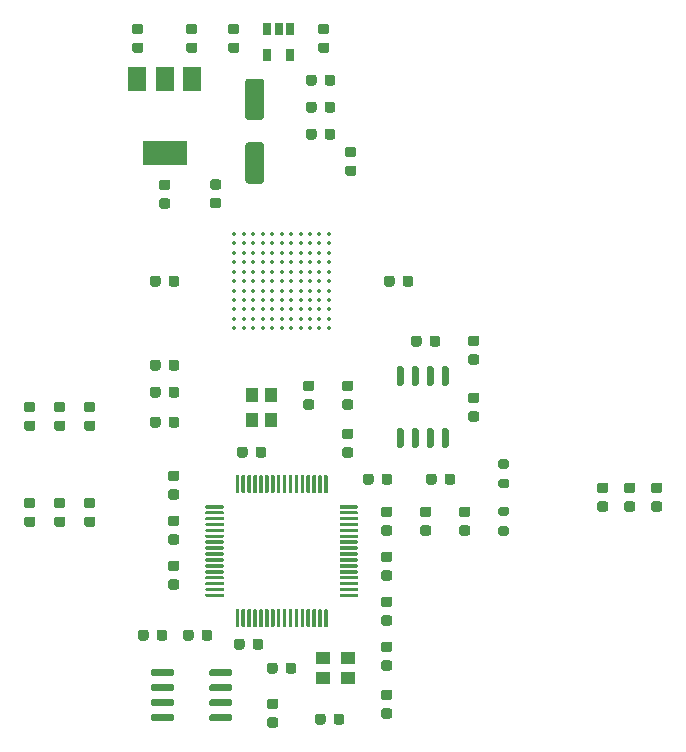
<source format=gbr>
G04 #@! TF.GenerationSoftware,KiCad,Pcbnew,(5.1.9-0-10_14)*
G04 #@! TF.CreationDate,2021-04-14T19:06:18-04:00*
G04 #@! TF.ProjectId,delux pet on a chip,64656c75-7820-4706-9574-206f6e206120,rev?*
G04 #@! TF.SameCoordinates,Original*
G04 #@! TF.FileFunction,Paste,Top*
G04 #@! TF.FilePolarity,Positive*
%FSLAX46Y46*%
G04 Gerber Fmt 4.6, Leading zero omitted, Abs format (unit mm)*
G04 Created by KiCad (PCBNEW (5.1.9-0-10_14)) date 2021-04-14 19:06:18*
%MOMM*%
%LPD*%
G01*
G04 APERTURE LIST*
%ADD10R,3.800000X2.000000*%
%ADD11R,1.500000X2.000000*%
%ADD12R,0.650000X1.060000*%
%ADD13C,0.350000*%
%ADD14R,1.100000X1.300000*%
%ADD15R,1.300000X1.100000*%
G04 APERTURE END LIST*
G36*
G01*
X128291000Y-129169000D02*
X127741000Y-129169000D01*
G75*
G02*
X127541000Y-128969000I0J200000D01*
G01*
X127541000Y-128569000D01*
G75*
G02*
X127741000Y-128369000I200000J0D01*
G01*
X128291000Y-128369000D01*
G75*
G02*
X128491000Y-128569000I0J-200000D01*
G01*
X128491000Y-128969000D01*
G75*
G02*
X128291000Y-129169000I-200000J0D01*
G01*
G37*
G36*
G01*
X128291000Y-130819000D02*
X127741000Y-130819000D01*
G75*
G02*
X127541000Y-130619000I0J200000D01*
G01*
X127541000Y-130219000D01*
G75*
G02*
X127741000Y-130019000I200000J0D01*
G01*
X128291000Y-130019000D01*
G75*
G02*
X128491000Y-130219000I0J-200000D01*
G01*
X128491000Y-130619000D01*
G75*
G02*
X128291000Y-130819000I-200000J0D01*
G01*
G37*
G36*
G01*
X128291000Y-133179000D02*
X127741000Y-133179000D01*
G75*
G02*
X127541000Y-132979000I0J200000D01*
G01*
X127541000Y-132579000D01*
G75*
G02*
X127741000Y-132379000I200000J0D01*
G01*
X128291000Y-132379000D01*
G75*
G02*
X128491000Y-132579000I0J-200000D01*
G01*
X128491000Y-132979000D01*
G75*
G02*
X128291000Y-133179000I-200000J0D01*
G01*
G37*
G36*
G01*
X128291000Y-134829000D02*
X127741000Y-134829000D01*
G75*
G02*
X127541000Y-134629000I0J200000D01*
G01*
X127541000Y-134229000D01*
G75*
G02*
X127741000Y-134029000I200000J0D01*
G01*
X128291000Y-134029000D01*
G75*
G02*
X128491000Y-134229000I0J-200000D01*
G01*
X128491000Y-134629000D01*
G75*
G02*
X128291000Y-134829000I-200000J0D01*
G01*
G37*
G36*
G01*
X107484000Y-99634000D02*
X106384000Y-99634000D01*
G75*
G02*
X106134000Y-99384000I0J250000D01*
G01*
X106134000Y-96384000D01*
G75*
G02*
X106384000Y-96134000I250000J0D01*
G01*
X107484000Y-96134000D01*
G75*
G02*
X107734000Y-96384000I0J-250000D01*
G01*
X107734000Y-99384000D01*
G75*
G02*
X107484000Y-99634000I-250000J0D01*
G01*
G37*
G36*
G01*
X107484000Y-105034000D02*
X106384000Y-105034000D01*
G75*
G02*
X106134000Y-104784000I0J250000D01*
G01*
X106134000Y-101784000D01*
G75*
G02*
X106384000Y-101534000I250000J0D01*
G01*
X107484000Y-101534000D01*
G75*
G02*
X107734000Y-101784000I0J-250000D01*
G01*
X107734000Y-104784000D01*
G75*
G02*
X107484000Y-105034000I-250000J0D01*
G01*
G37*
G36*
G01*
X100332250Y-134016000D02*
X99819750Y-134016000D01*
G75*
G02*
X99601000Y-133797250I0J218750D01*
G01*
X99601000Y-133359750D01*
G75*
G02*
X99819750Y-133141000I218750J0D01*
G01*
X100332250Y-133141000D01*
G75*
G02*
X100551000Y-133359750I0J-218750D01*
G01*
X100551000Y-133797250D01*
G75*
G02*
X100332250Y-134016000I-218750J0D01*
G01*
G37*
G36*
G01*
X100332250Y-135591000D02*
X99819750Y-135591000D01*
G75*
G02*
X99601000Y-135372250I0J218750D01*
G01*
X99601000Y-134934750D01*
G75*
G02*
X99819750Y-134716000I218750J0D01*
G01*
X100332250Y-134716000D01*
G75*
G02*
X100551000Y-134934750I0J-218750D01*
G01*
X100551000Y-135372250D01*
G75*
G02*
X100332250Y-135591000I-218750J0D01*
G01*
G37*
G36*
G01*
X121668250Y-134829000D02*
X121155750Y-134829000D01*
G75*
G02*
X120937000Y-134610250I0J218750D01*
G01*
X120937000Y-134172750D01*
G75*
G02*
X121155750Y-133954000I218750J0D01*
G01*
X121668250Y-133954000D01*
G75*
G02*
X121887000Y-134172750I0J-218750D01*
G01*
X121887000Y-134610250D01*
G75*
G02*
X121668250Y-134829000I-218750J0D01*
G01*
G37*
G36*
G01*
X121668250Y-133254000D02*
X121155750Y-133254000D01*
G75*
G02*
X120937000Y-133035250I0J218750D01*
G01*
X120937000Y-132597750D01*
G75*
G02*
X121155750Y-132379000I218750J0D01*
G01*
X121668250Y-132379000D01*
G75*
G02*
X121887000Y-132597750I0J-218750D01*
G01*
X121887000Y-133035250D01*
G75*
G02*
X121668250Y-133254000I-218750J0D01*
G01*
G37*
G36*
G01*
X115670000Y-139819000D02*
X115670000Y-139969000D01*
G75*
G02*
X115595000Y-140044000I-75000J0D01*
G01*
X114195000Y-140044000D01*
G75*
G02*
X114120000Y-139969000I0J75000D01*
G01*
X114120000Y-139819000D01*
G75*
G02*
X114195000Y-139744000I75000J0D01*
G01*
X115595000Y-139744000D01*
G75*
G02*
X115670000Y-139819000I0J-75000D01*
G01*
G37*
G36*
G01*
X115670000Y-139319000D02*
X115670000Y-139469000D01*
G75*
G02*
X115595000Y-139544000I-75000J0D01*
G01*
X114195000Y-139544000D01*
G75*
G02*
X114120000Y-139469000I0J75000D01*
G01*
X114120000Y-139319000D01*
G75*
G02*
X114195000Y-139244000I75000J0D01*
G01*
X115595000Y-139244000D01*
G75*
G02*
X115670000Y-139319000I0J-75000D01*
G01*
G37*
G36*
G01*
X115670000Y-138819000D02*
X115670000Y-138969000D01*
G75*
G02*
X115595000Y-139044000I-75000J0D01*
G01*
X114195000Y-139044000D01*
G75*
G02*
X114120000Y-138969000I0J75000D01*
G01*
X114120000Y-138819000D01*
G75*
G02*
X114195000Y-138744000I75000J0D01*
G01*
X115595000Y-138744000D01*
G75*
G02*
X115670000Y-138819000I0J-75000D01*
G01*
G37*
G36*
G01*
X115670000Y-138319000D02*
X115670000Y-138469000D01*
G75*
G02*
X115595000Y-138544000I-75000J0D01*
G01*
X114195000Y-138544000D01*
G75*
G02*
X114120000Y-138469000I0J75000D01*
G01*
X114120000Y-138319000D01*
G75*
G02*
X114195000Y-138244000I75000J0D01*
G01*
X115595000Y-138244000D01*
G75*
G02*
X115670000Y-138319000I0J-75000D01*
G01*
G37*
G36*
G01*
X115670000Y-137819000D02*
X115670000Y-137969000D01*
G75*
G02*
X115595000Y-138044000I-75000J0D01*
G01*
X114195000Y-138044000D01*
G75*
G02*
X114120000Y-137969000I0J75000D01*
G01*
X114120000Y-137819000D01*
G75*
G02*
X114195000Y-137744000I75000J0D01*
G01*
X115595000Y-137744000D01*
G75*
G02*
X115670000Y-137819000I0J-75000D01*
G01*
G37*
G36*
G01*
X115670000Y-137319000D02*
X115670000Y-137469000D01*
G75*
G02*
X115595000Y-137544000I-75000J0D01*
G01*
X114195000Y-137544000D01*
G75*
G02*
X114120000Y-137469000I0J75000D01*
G01*
X114120000Y-137319000D01*
G75*
G02*
X114195000Y-137244000I75000J0D01*
G01*
X115595000Y-137244000D01*
G75*
G02*
X115670000Y-137319000I0J-75000D01*
G01*
G37*
G36*
G01*
X115670000Y-136819000D02*
X115670000Y-136969000D01*
G75*
G02*
X115595000Y-137044000I-75000J0D01*
G01*
X114195000Y-137044000D01*
G75*
G02*
X114120000Y-136969000I0J75000D01*
G01*
X114120000Y-136819000D01*
G75*
G02*
X114195000Y-136744000I75000J0D01*
G01*
X115595000Y-136744000D01*
G75*
G02*
X115670000Y-136819000I0J-75000D01*
G01*
G37*
G36*
G01*
X115670000Y-136319000D02*
X115670000Y-136469000D01*
G75*
G02*
X115595000Y-136544000I-75000J0D01*
G01*
X114195000Y-136544000D01*
G75*
G02*
X114120000Y-136469000I0J75000D01*
G01*
X114120000Y-136319000D01*
G75*
G02*
X114195000Y-136244000I75000J0D01*
G01*
X115595000Y-136244000D01*
G75*
G02*
X115670000Y-136319000I0J-75000D01*
G01*
G37*
G36*
G01*
X115670000Y-135819000D02*
X115670000Y-135969000D01*
G75*
G02*
X115595000Y-136044000I-75000J0D01*
G01*
X114195000Y-136044000D01*
G75*
G02*
X114120000Y-135969000I0J75000D01*
G01*
X114120000Y-135819000D01*
G75*
G02*
X114195000Y-135744000I75000J0D01*
G01*
X115595000Y-135744000D01*
G75*
G02*
X115670000Y-135819000I0J-75000D01*
G01*
G37*
G36*
G01*
X115670000Y-135319000D02*
X115670000Y-135469000D01*
G75*
G02*
X115595000Y-135544000I-75000J0D01*
G01*
X114195000Y-135544000D01*
G75*
G02*
X114120000Y-135469000I0J75000D01*
G01*
X114120000Y-135319000D01*
G75*
G02*
X114195000Y-135244000I75000J0D01*
G01*
X115595000Y-135244000D01*
G75*
G02*
X115670000Y-135319000I0J-75000D01*
G01*
G37*
G36*
G01*
X115670000Y-134819000D02*
X115670000Y-134969000D01*
G75*
G02*
X115595000Y-135044000I-75000J0D01*
G01*
X114195000Y-135044000D01*
G75*
G02*
X114120000Y-134969000I0J75000D01*
G01*
X114120000Y-134819000D01*
G75*
G02*
X114195000Y-134744000I75000J0D01*
G01*
X115595000Y-134744000D01*
G75*
G02*
X115670000Y-134819000I0J-75000D01*
G01*
G37*
G36*
G01*
X115670000Y-134319000D02*
X115670000Y-134469000D01*
G75*
G02*
X115595000Y-134544000I-75000J0D01*
G01*
X114195000Y-134544000D01*
G75*
G02*
X114120000Y-134469000I0J75000D01*
G01*
X114120000Y-134319000D01*
G75*
G02*
X114195000Y-134244000I75000J0D01*
G01*
X115595000Y-134244000D01*
G75*
G02*
X115670000Y-134319000I0J-75000D01*
G01*
G37*
G36*
G01*
X115670000Y-133819000D02*
X115670000Y-133969000D01*
G75*
G02*
X115595000Y-134044000I-75000J0D01*
G01*
X114195000Y-134044000D01*
G75*
G02*
X114120000Y-133969000I0J75000D01*
G01*
X114120000Y-133819000D01*
G75*
G02*
X114195000Y-133744000I75000J0D01*
G01*
X115595000Y-133744000D01*
G75*
G02*
X115670000Y-133819000I0J-75000D01*
G01*
G37*
G36*
G01*
X115670000Y-133319000D02*
X115670000Y-133469000D01*
G75*
G02*
X115595000Y-133544000I-75000J0D01*
G01*
X114195000Y-133544000D01*
G75*
G02*
X114120000Y-133469000I0J75000D01*
G01*
X114120000Y-133319000D01*
G75*
G02*
X114195000Y-133244000I75000J0D01*
G01*
X115595000Y-133244000D01*
G75*
G02*
X115670000Y-133319000I0J-75000D01*
G01*
G37*
G36*
G01*
X115670000Y-132819000D02*
X115670000Y-132969000D01*
G75*
G02*
X115595000Y-133044000I-75000J0D01*
G01*
X114195000Y-133044000D01*
G75*
G02*
X114120000Y-132969000I0J75000D01*
G01*
X114120000Y-132819000D01*
G75*
G02*
X114195000Y-132744000I75000J0D01*
G01*
X115595000Y-132744000D01*
G75*
G02*
X115670000Y-132819000I0J-75000D01*
G01*
G37*
G36*
G01*
X115670000Y-132319000D02*
X115670000Y-132469000D01*
G75*
G02*
X115595000Y-132544000I-75000J0D01*
G01*
X114195000Y-132544000D01*
G75*
G02*
X114120000Y-132469000I0J75000D01*
G01*
X114120000Y-132319000D01*
G75*
G02*
X114195000Y-132244000I75000J0D01*
G01*
X115595000Y-132244000D01*
G75*
G02*
X115670000Y-132319000I0J-75000D01*
G01*
G37*
G36*
G01*
X113120000Y-129769000D02*
X113120000Y-131169000D01*
G75*
G02*
X113045000Y-131244000I-75000J0D01*
G01*
X112895000Y-131244000D01*
G75*
G02*
X112820000Y-131169000I0J75000D01*
G01*
X112820000Y-129769000D01*
G75*
G02*
X112895000Y-129694000I75000J0D01*
G01*
X113045000Y-129694000D01*
G75*
G02*
X113120000Y-129769000I0J-75000D01*
G01*
G37*
G36*
G01*
X112620000Y-129769000D02*
X112620000Y-131169000D01*
G75*
G02*
X112545000Y-131244000I-75000J0D01*
G01*
X112395000Y-131244000D01*
G75*
G02*
X112320000Y-131169000I0J75000D01*
G01*
X112320000Y-129769000D01*
G75*
G02*
X112395000Y-129694000I75000J0D01*
G01*
X112545000Y-129694000D01*
G75*
G02*
X112620000Y-129769000I0J-75000D01*
G01*
G37*
G36*
G01*
X112120000Y-129769000D02*
X112120000Y-131169000D01*
G75*
G02*
X112045000Y-131244000I-75000J0D01*
G01*
X111895000Y-131244000D01*
G75*
G02*
X111820000Y-131169000I0J75000D01*
G01*
X111820000Y-129769000D01*
G75*
G02*
X111895000Y-129694000I75000J0D01*
G01*
X112045000Y-129694000D01*
G75*
G02*
X112120000Y-129769000I0J-75000D01*
G01*
G37*
G36*
G01*
X111620000Y-129769000D02*
X111620000Y-131169000D01*
G75*
G02*
X111545000Y-131244000I-75000J0D01*
G01*
X111395000Y-131244000D01*
G75*
G02*
X111320000Y-131169000I0J75000D01*
G01*
X111320000Y-129769000D01*
G75*
G02*
X111395000Y-129694000I75000J0D01*
G01*
X111545000Y-129694000D01*
G75*
G02*
X111620000Y-129769000I0J-75000D01*
G01*
G37*
G36*
G01*
X111120000Y-129769000D02*
X111120000Y-131169000D01*
G75*
G02*
X111045000Y-131244000I-75000J0D01*
G01*
X110895000Y-131244000D01*
G75*
G02*
X110820000Y-131169000I0J75000D01*
G01*
X110820000Y-129769000D01*
G75*
G02*
X110895000Y-129694000I75000J0D01*
G01*
X111045000Y-129694000D01*
G75*
G02*
X111120000Y-129769000I0J-75000D01*
G01*
G37*
G36*
G01*
X110620000Y-129769000D02*
X110620000Y-131169000D01*
G75*
G02*
X110545000Y-131244000I-75000J0D01*
G01*
X110395000Y-131244000D01*
G75*
G02*
X110320000Y-131169000I0J75000D01*
G01*
X110320000Y-129769000D01*
G75*
G02*
X110395000Y-129694000I75000J0D01*
G01*
X110545000Y-129694000D01*
G75*
G02*
X110620000Y-129769000I0J-75000D01*
G01*
G37*
G36*
G01*
X110120000Y-129769000D02*
X110120000Y-131169000D01*
G75*
G02*
X110045000Y-131244000I-75000J0D01*
G01*
X109895000Y-131244000D01*
G75*
G02*
X109820000Y-131169000I0J75000D01*
G01*
X109820000Y-129769000D01*
G75*
G02*
X109895000Y-129694000I75000J0D01*
G01*
X110045000Y-129694000D01*
G75*
G02*
X110120000Y-129769000I0J-75000D01*
G01*
G37*
G36*
G01*
X109620000Y-129769000D02*
X109620000Y-131169000D01*
G75*
G02*
X109545000Y-131244000I-75000J0D01*
G01*
X109395000Y-131244000D01*
G75*
G02*
X109320000Y-131169000I0J75000D01*
G01*
X109320000Y-129769000D01*
G75*
G02*
X109395000Y-129694000I75000J0D01*
G01*
X109545000Y-129694000D01*
G75*
G02*
X109620000Y-129769000I0J-75000D01*
G01*
G37*
G36*
G01*
X109120000Y-129769000D02*
X109120000Y-131169000D01*
G75*
G02*
X109045000Y-131244000I-75000J0D01*
G01*
X108895000Y-131244000D01*
G75*
G02*
X108820000Y-131169000I0J75000D01*
G01*
X108820000Y-129769000D01*
G75*
G02*
X108895000Y-129694000I75000J0D01*
G01*
X109045000Y-129694000D01*
G75*
G02*
X109120000Y-129769000I0J-75000D01*
G01*
G37*
G36*
G01*
X108620000Y-129769000D02*
X108620000Y-131169000D01*
G75*
G02*
X108545000Y-131244000I-75000J0D01*
G01*
X108395000Y-131244000D01*
G75*
G02*
X108320000Y-131169000I0J75000D01*
G01*
X108320000Y-129769000D01*
G75*
G02*
X108395000Y-129694000I75000J0D01*
G01*
X108545000Y-129694000D01*
G75*
G02*
X108620000Y-129769000I0J-75000D01*
G01*
G37*
G36*
G01*
X108120000Y-129769000D02*
X108120000Y-131169000D01*
G75*
G02*
X108045000Y-131244000I-75000J0D01*
G01*
X107895000Y-131244000D01*
G75*
G02*
X107820000Y-131169000I0J75000D01*
G01*
X107820000Y-129769000D01*
G75*
G02*
X107895000Y-129694000I75000J0D01*
G01*
X108045000Y-129694000D01*
G75*
G02*
X108120000Y-129769000I0J-75000D01*
G01*
G37*
G36*
G01*
X107620000Y-129769000D02*
X107620000Y-131169000D01*
G75*
G02*
X107545000Y-131244000I-75000J0D01*
G01*
X107395000Y-131244000D01*
G75*
G02*
X107320000Y-131169000I0J75000D01*
G01*
X107320000Y-129769000D01*
G75*
G02*
X107395000Y-129694000I75000J0D01*
G01*
X107545000Y-129694000D01*
G75*
G02*
X107620000Y-129769000I0J-75000D01*
G01*
G37*
G36*
G01*
X107120000Y-129769000D02*
X107120000Y-131169000D01*
G75*
G02*
X107045000Y-131244000I-75000J0D01*
G01*
X106895000Y-131244000D01*
G75*
G02*
X106820000Y-131169000I0J75000D01*
G01*
X106820000Y-129769000D01*
G75*
G02*
X106895000Y-129694000I75000J0D01*
G01*
X107045000Y-129694000D01*
G75*
G02*
X107120000Y-129769000I0J-75000D01*
G01*
G37*
G36*
G01*
X106620000Y-129769000D02*
X106620000Y-131169000D01*
G75*
G02*
X106545000Y-131244000I-75000J0D01*
G01*
X106395000Y-131244000D01*
G75*
G02*
X106320000Y-131169000I0J75000D01*
G01*
X106320000Y-129769000D01*
G75*
G02*
X106395000Y-129694000I75000J0D01*
G01*
X106545000Y-129694000D01*
G75*
G02*
X106620000Y-129769000I0J-75000D01*
G01*
G37*
G36*
G01*
X106120000Y-129769000D02*
X106120000Y-131169000D01*
G75*
G02*
X106045000Y-131244000I-75000J0D01*
G01*
X105895000Y-131244000D01*
G75*
G02*
X105820000Y-131169000I0J75000D01*
G01*
X105820000Y-129769000D01*
G75*
G02*
X105895000Y-129694000I75000J0D01*
G01*
X106045000Y-129694000D01*
G75*
G02*
X106120000Y-129769000I0J-75000D01*
G01*
G37*
G36*
G01*
X105620000Y-129769000D02*
X105620000Y-131169000D01*
G75*
G02*
X105545000Y-131244000I-75000J0D01*
G01*
X105395000Y-131244000D01*
G75*
G02*
X105320000Y-131169000I0J75000D01*
G01*
X105320000Y-129769000D01*
G75*
G02*
X105395000Y-129694000I75000J0D01*
G01*
X105545000Y-129694000D01*
G75*
G02*
X105620000Y-129769000I0J-75000D01*
G01*
G37*
G36*
G01*
X104320000Y-132319000D02*
X104320000Y-132469000D01*
G75*
G02*
X104245000Y-132544000I-75000J0D01*
G01*
X102845000Y-132544000D01*
G75*
G02*
X102770000Y-132469000I0J75000D01*
G01*
X102770000Y-132319000D01*
G75*
G02*
X102845000Y-132244000I75000J0D01*
G01*
X104245000Y-132244000D01*
G75*
G02*
X104320000Y-132319000I0J-75000D01*
G01*
G37*
G36*
G01*
X104320000Y-132819000D02*
X104320000Y-132969000D01*
G75*
G02*
X104245000Y-133044000I-75000J0D01*
G01*
X102845000Y-133044000D01*
G75*
G02*
X102770000Y-132969000I0J75000D01*
G01*
X102770000Y-132819000D01*
G75*
G02*
X102845000Y-132744000I75000J0D01*
G01*
X104245000Y-132744000D01*
G75*
G02*
X104320000Y-132819000I0J-75000D01*
G01*
G37*
G36*
G01*
X104320000Y-133319000D02*
X104320000Y-133469000D01*
G75*
G02*
X104245000Y-133544000I-75000J0D01*
G01*
X102845000Y-133544000D01*
G75*
G02*
X102770000Y-133469000I0J75000D01*
G01*
X102770000Y-133319000D01*
G75*
G02*
X102845000Y-133244000I75000J0D01*
G01*
X104245000Y-133244000D01*
G75*
G02*
X104320000Y-133319000I0J-75000D01*
G01*
G37*
G36*
G01*
X104320000Y-133819000D02*
X104320000Y-133969000D01*
G75*
G02*
X104245000Y-134044000I-75000J0D01*
G01*
X102845000Y-134044000D01*
G75*
G02*
X102770000Y-133969000I0J75000D01*
G01*
X102770000Y-133819000D01*
G75*
G02*
X102845000Y-133744000I75000J0D01*
G01*
X104245000Y-133744000D01*
G75*
G02*
X104320000Y-133819000I0J-75000D01*
G01*
G37*
G36*
G01*
X104320000Y-134319000D02*
X104320000Y-134469000D01*
G75*
G02*
X104245000Y-134544000I-75000J0D01*
G01*
X102845000Y-134544000D01*
G75*
G02*
X102770000Y-134469000I0J75000D01*
G01*
X102770000Y-134319000D01*
G75*
G02*
X102845000Y-134244000I75000J0D01*
G01*
X104245000Y-134244000D01*
G75*
G02*
X104320000Y-134319000I0J-75000D01*
G01*
G37*
G36*
G01*
X104320000Y-134819000D02*
X104320000Y-134969000D01*
G75*
G02*
X104245000Y-135044000I-75000J0D01*
G01*
X102845000Y-135044000D01*
G75*
G02*
X102770000Y-134969000I0J75000D01*
G01*
X102770000Y-134819000D01*
G75*
G02*
X102845000Y-134744000I75000J0D01*
G01*
X104245000Y-134744000D01*
G75*
G02*
X104320000Y-134819000I0J-75000D01*
G01*
G37*
G36*
G01*
X104320000Y-135319000D02*
X104320000Y-135469000D01*
G75*
G02*
X104245000Y-135544000I-75000J0D01*
G01*
X102845000Y-135544000D01*
G75*
G02*
X102770000Y-135469000I0J75000D01*
G01*
X102770000Y-135319000D01*
G75*
G02*
X102845000Y-135244000I75000J0D01*
G01*
X104245000Y-135244000D01*
G75*
G02*
X104320000Y-135319000I0J-75000D01*
G01*
G37*
G36*
G01*
X104320000Y-135819000D02*
X104320000Y-135969000D01*
G75*
G02*
X104245000Y-136044000I-75000J0D01*
G01*
X102845000Y-136044000D01*
G75*
G02*
X102770000Y-135969000I0J75000D01*
G01*
X102770000Y-135819000D01*
G75*
G02*
X102845000Y-135744000I75000J0D01*
G01*
X104245000Y-135744000D01*
G75*
G02*
X104320000Y-135819000I0J-75000D01*
G01*
G37*
G36*
G01*
X104320000Y-136319000D02*
X104320000Y-136469000D01*
G75*
G02*
X104245000Y-136544000I-75000J0D01*
G01*
X102845000Y-136544000D01*
G75*
G02*
X102770000Y-136469000I0J75000D01*
G01*
X102770000Y-136319000D01*
G75*
G02*
X102845000Y-136244000I75000J0D01*
G01*
X104245000Y-136244000D01*
G75*
G02*
X104320000Y-136319000I0J-75000D01*
G01*
G37*
G36*
G01*
X104320000Y-136819000D02*
X104320000Y-136969000D01*
G75*
G02*
X104245000Y-137044000I-75000J0D01*
G01*
X102845000Y-137044000D01*
G75*
G02*
X102770000Y-136969000I0J75000D01*
G01*
X102770000Y-136819000D01*
G75*
G02*
X102845000Y-136744000I75000J0D01*
G01*
X104245000Y-136744000D01*
G75*
G02*
X104320000Y-136819000I0J-75000D01*
G01*
G37*
G36*
G01*
X104320000Y-137319000D02*
X104320000Y-137469000D01*
G75*
G02*
X104245000Y-137544000I-75000J0D01*
G01*
X102845000Y-137544000D01*
G75*
G02*
X102770000Y-137469000I0J75000D01*
G01*
X102770000Y-137319000D01*
G75*
G02*
X102845000Y-137244000I75000J0D01*
G01*
X104245000Y-137244000D01*
G75*
G02*
X104320000Y-137319000I0J-75000D01*
G01*
G37*
G36*
G01*
X104320000Y-137819000D02*
X104320000Y-137969000D01*
G75*
G02*
X104245000Y-138044000I-75000J0D01*
G01*
X102845000Y-138044000D01*
G75*
G02*
X102770000Y-137969000I0J75000D01*
G01*
X102770000Y-137819000D01*
G75*
G02*
X102845000Y-137744000I75000J0D01*
G01*
X104245000Y-137744000D01*
G75*
G02*
X104320000Y-137819000I0J-75000D01*
G01*
G37*
G36*
G01*
X104320000Y-138319000D02*
X104320000Y-138469000D01*
G75*
G02*
X104245000Y-138544000I-75000J0D01*
G01*
X102845000Y-138544000D01*
G75*
G02*
X102770000Y-138469000I0J75000D01*
G01*
X102770000Y-138319000D01*
G75*
G02*
X102845000Y-138244000I75000J0D01*
G01*
X104245000Y-138244000D01*
G75*
G02*
X104320000Y-138319000I0J-75000D01*
G01*
G37*
G36*
G01*
X104320000Y-138819000D02*
X104320000Y-138969000D01*
G75*
G02*
X104245000Y-139044000I-75000J0D01*
G01*
X102845000Y-139044000D01*
G75*
G02*
X102770000Y-138969000I0J75000D01*
G01*
X102770000Y-138819000D01*
G75*
G02*
X102845000Y-138744000I75000J0D01*
G01*
X104245000Y-138744000D01*
G75*
G02*
X104320000Y-138819000I0J-75000D01*
G01*
G37*
G36*
G01*
X104320000Y-139319000D02*
X104320000Y-139469000D01*
G75*
G02*
X104245000Y-139544000I-75000J0D01*
G01*
X102845000Y-139544000D01*
G75*
G02*
X102770000Y-139469000I0J75000D01*
G01*
X102770000Y-139319000D01*
G75*
G02*
X102845000Y-139244000I75000J0D01*
G01*
X104245000Y-139244000D01*
G75*
G02*
X104320000Y-139319000I0J-75000D01*
G01*
G37*
G36*
G01*
X104320000Y-139819000D02*
X104320000Y-139969000D01*
G75*
G02*
X104245000Y-140044000I-75000J0D01*
G01*
X102845000Y-140044000D01*
G75*
G02*
X102770000Y-139969000I0J75000D01*
G01*
X102770000Y-139819000D01*
G75*
G02*
X102845000Y-139744000I75000J0D01*
G01*
X104245000Y-139744000D01*
G75*
G02*
X104320000Y-139819000I0J-75000D01*
G01*
G37*
G36*
G01*
X105620000Y-141119000D02*
X105620000Y-142519000D01*
G75*
G02*
X105545000Y-142594000I-75000J0D01*
G01*
X105395000Y-142594000D01*
G75*
G02*
X105320000Y-142519000I0J75000D01*
G01*
X105320000Y-141119000D01*
G75*
G02*
X105395000Y-141044000I75000J0D01*
G01*
X105545000Y-141044000D01*
G75*
G02*
X105620000Y-141119000I0J-75000D01*
G01*
G37*
G36*
G01*
X106120000Y-141119000D02*
X106120000Y-142519000D01*
G75*
G02*
X106045000Y-142594000I-75000J0D01*
G01*
X105895000Y-142594000D01*
G75*
G02*
X105820000Y-142519000I0J75000D01*
G01*
X105820000Y-141119000D01*
G75*
G02*
X105895000Y-141044000I75000J0D01*
G01*
X106045000Y-141044000D01*
G75*
G02*
X106120000Y-141119000I0J-75000D01*
G01*
G37*
G36*
G01*
X106620000Y-141119000D02*
X106620000Y-142519000D01*
G75*
G02*
X106545000Y-142594000I-75000J0D01*
G01*
X106395000Y-142594000D01*
G75*
G02*
X106320000Y-142519000I0J75000D01*
G01*
X106320000Y-141119000D01*
G75*
G02*
X106395000Y-141044000I75000J0D01*
G01*
X106545000Y-141044000D01*
G75*
G02*
X106620000Y-141119000I0J-75000D01*
G01*
G37*
G36*
G01*
X107120000Y-141119000D02*
X107120000Y-142519000D01*
G75*
G02*
X107045000Y-142594000I-75000J0D01*
G01*
X106895000Y-142594000D01*
G75*
G02*
X106820000Y-142519000I0J75000D01*
G01*
X106820000Y-141119000D01*
G75*
G02*
X106895000Y-141044000I75000J0D01*
G01*
X107045000Y-141044000D01*
G75*
G02*
X107120000Y-141119000I0J-75000D01*
G01*
G37*
G36*
G01*
X107620000Y-141119000D02*
X107620000Y-142519000D01*
G75*
G02*
X107545000Y-142594000I-75000J0D01*
G01*
X107395000Y-142594000D01*
G75*
G02*
X107320000Y-142519000I0J75000D01*
G01*
X107320000Y-141119000D01*
G75*
G02*
X107395000Y-141044000I75000J0D01*
G01*
X107545000Y-141044000D01*
G75*
G02*
X107620000Y-141119000I0J-75000D01*
G01*
G37*
G36*
G01*
X108120000Y-141119000D02*
X108120000Y-142519000D01*
G75*
G02*
X108045000Y-142594000I-75000J0D01*
G01*
X107895000Y-142594000D01*
G75*
G02*
X107820000Y-142519000I0J75000D01*
G01*
X107820000Y-141119000D01*
G75*
G02*
X107895000Y-141044000I75000J0D01*
G01*
X108045000Y-141044000D01*
G75*
G02*
X108120000Y-141119000I0J-75000D01*
G01*
G37*
G36*
G01*
X108620000Y-141119000D02*
X108620000Y-142519000D01*
G75*
G02*
X108545000Y-142594000I-75000J0D01*
G01*
X108395000Y-142594000D01*
G75*
G02*
X108320000Y-142519000I0J75000D01*
G01*
X108320000Y-141119000D01*
G75*
G02*
X108395000Y-141044000I75000J0D01*
G01*
X108545000Y-141044000D01*
G75*
G02*
X108620000Y-141119000I0J-75000D01*
G01*
G37*
G36*
G01*
X109120000Y-141119000D02*
X109120000Y-142519000D01*
G75*
G02*
X109045000Y-142594000I-75000J0D01*
G01*
X108895000Y-142594000D01*
G75*
G02*
X108820000Y-142519000I0J75000D01*
G01*
X108820000Y-141119000D01*
G75*
G02*
X108895000Y-141044000I75000J0D01*
G01*
X109045000Y-141044000D01*
G75*
G02*
X109120000Y-141119000I0J-75000D01*
G01*
G37*
G36*
G01*
X109620000Y-141119000D02*
X109620000Y-142519000D01*
G75*
G02*
X109545000Y-142594000I-75000J0D01*
G01*
X109395000Y-142594000D01*
G75*
G02*
X109320000Y-142519000I0J75000D01*
G01*
X109320000Y-141119000D01*
G75*
G02*
X109395000Y-141044000I75000J0D01*
G01*
X109545000Y-141044000D01*
G75*
G02*
X109620000Y-141119000I0J-75000D01*
G01*
G37*
G36*
G01*
X110120000Y-141119000D02*
X110120000Y-142519000D01*
G75*
G02*
X110045000Y-142594000I-75000J0D01*
G01*
X109895000Y-142594000D01*
G75*
G02*
X109820000Y-142519000I0J75000D01*
G01*
X109820000Y-141119000D01*
G75*
G02*
X109895000Y-141044000I75000J0D01*
G01*
X110045000Y-141044000D01*
G75*
G02*
X110120000Y-141119000I0J-75000D01*
G01*
G37*
G36*
G01*
X110620000Y-141119000D02*
X110620000Y-142519000D01*
G75*
G02*
X110545000Y-142594000I-75000J0D01*
G01*
X110395000Y-142594000D01*
G75*
G02*
X110320000Y-142519000I0J75000D01*
G01*
X110320000Y-141119000D01*
G75*
G02*
X110395000Y-141044000I75000J0D01*
G01*
X110545000Y-141044000D01*
G75*
G02*
X110620000Y-141119000I0J-75000D01*
G01*
G37*
G36*
G01*
X111120000Y-141119000D02*
X111120000Y-142519000D01*
G75*
G02*
X111045000Y-142594000I-75000J0D01*
G01*
X110895000Y-142594000D01*
G75*
G02*
X110820000Y-142519000I0J75000D01*
G01*
X110820000Y-141119000D01*
G75*
G02*
X110895000Y-141044000I75000J0D01*
G01*
X111045000Y-141044000D01*
G75*
G02*
X111120000Y-141119000I0J-75000D01*
G01*
G37*
G36*
G01*
X111620000Y-141119000D02*
X111620000Y-142519000D01*
G75*
G02*
X111545000Y-142594000I-75000J0D01*
G01*
X111395000Y-142594000D01*
G75*
G02*
X111320000Y-142519000I0J75000D01*
G01*
X111320000Y-141119000D01*
G75*
G02*
X111395000Y-141044000I75000J0D01*
G01*
X111545000Y-141044000D01*
G75*
G02*
X111620000Y-141119000I0J-75000D01*
G01*
G37*
G36*
G01*
X112120000Y-141119000D02*
X112120000Y-142519000D01*
G75*
G02*
X112045000Y-142594000I-75000J0D01*
G01*
X111895000Y-142594000D01*
G75*
G02*
X111820000Y-142519000I0J75000D01*
G01*
X111820000Y-141119000D01*
G75*
G02*
X111895000Y-141044000I75000J0D01*
G01*
X112045000Y-141044000D01*
G75*
G02*
X112120000Y-141119000I0J-75000D01*
G01*
G37*
G36*
G01*
X112620000Y-141119000D02*
X112620000Y-142519000D01*
G75*
G02*
X112545000Y-142594000I-75000J0D01*
G01*
X112395000Y-142594000D01*
G75*
G02*
X112320000Y-142519000I0J75000D01*
G01*
X112320000Y-141119000D01*
G75*
G02*
X112395000Y-141044000I75000J0D01*
G01*
X112545000Y-141044000D01*
G75*
G02*
X112620000Y-141119000I0J-75000D01*
G01*
G37*
G36*
G01*
X113120000Y-141119000D02*
X113120000Y-142519000D01*
G75*
G02*
X113045000Y-142594000I-75000J0D01*
G01*
X112895000Y-142594000D01*
G75*
G02*
X112820000Y-142519000I0J75000D01*
G01*
X112820000Y-141119000D01*
G75*
G02*
X112895000Y-141044000I75000J0D01*
G01*
X113045000Y-141044000D01*
G75*
G02*
X113120000Y-141119000I0J-75000D01*
G01*
G37*
D10*
X99314000Y-102464000D03*
D11*
X99314000Y-96164000D03*
X97014000Y-96164000D03*
X101614000Y-96164000D03*
D12*
X109916000Y-91948000D03*
X108966000Y-91948000D03*
X108016000Y-91948000D03*
X108016000Y-94148000D03*
X109916000Y-94148000D03*
G36*
G01*
X122913000Y-120502000D02*
X123213000Y-120502000D01*
G75*
G02*
X123363000Y-120652000I0J-150000D01*
G01*
X123363000Y-122002000D01*
G75*
G02*
X123213000Y-122152000I-150000J0D01*
G01*
X122913000Y-122152000D01*
G75*
G02*
X122763000Y-122002000I0J150000D01*
G01*
X122763000Y-120652000D01*
G75*
G02*
X122913000Y-120502000I150000J0D01*
G01*
G37*
G36*
G01*
X121643000Y-120502000D02*
X121943000Y-120502000D01*
G75*
G02*
X122093000Y-120652000I0J-150000D01*
G01*
X122093000Y-122002000D01*
G75*
G02*
X121943000Y-122152000I-150000J0D01*
G01*
X121643000Y-122152000D01*
G75*
G02*
X121493000Y-122002000I0J150000D01*
G01*
X121493000Y-120652000D01*
G75*
G02*
X121643000Y-120502000I150000J0D01*
G01*
G37*
G36*
G01*
X120373000Y-120502000D02*
X120673000Y-120502000D01*
G75*
G02*
X120823000Y-120652000I0J-150000D01*
G01*
X120823000Y-122002000D01*
G75*
G02*
X120673000Y-122152000I-150000J0D01*
G01*
X120373000Y-122152000D01*
G75*
G02*
X120223000Y-122002000I0J150000D01*
G01*
X120223000Y-120652000D01*
G75*
G02*
X120373000Y-120502000I150000J0D01*
G01*
G37*
G36*
G01*
X119103000Y-120502000D02*
X119403000Y-120502000D01*
G75*
G02*
X119553000Y-120652000I0J-150000D01*
G01*
X119553000Y-122002000D01*
G75*
G02*
X119403000Y-122152000I-150000J0D01*
G01*
X119103000Y-122152000D01*
G75*
G02*
X118953000Y-122002000I0J150000D01*
G01*
X118953000Y-120652000D01*
G75*
G02*
X119103000Y-120502000I150000J0D01*
G01*
G37*
G36*
G01*
X119103000Y-125752000D02*
X119403000Y-125752000D01*
G75*
G02*
X119553000Y-125902000I0J-150000D01*
G01*
X119553000Y-127252000D01*
G75*
G02*
X119403000Y-127402000I-150000J0D01*
G01*
X119103000Y-127402000D01*
G75*
G02*
X118953000Y-127252000I0J150000D01*
G01*
X118953000Y-125902000D01*
G75*
G02*
X119103000Y-125752000I150000J0D01*
G01*
G37*
G36*
G01*
X120373000Y-125752000D02*
X120673000Y-125752000D01*
G75*
G02*
X120823000Y-125902000I0J-150000D01*
G01*
X120823000Y-127252000D01*
G75*
G02*
X120673000Y-127402000I-150000J0D01*
G01*
X120373000Y-127402000D01*
G75*
G02*
X120223000Y-127252000I0J150000D01*
G01*
X120223000Y-125902000D01*
G75*
G02*
X120373000Y-125752000I150000J0D01*
G01*
G37*
G36*
G01*
X121643000Y-125752000D02*
X121943000Y-125752000D01*
G75*
G02*
X122093000Y-125902000I0J-150000D01*
G01*
X122093000Y-127252000D01*
G75*
G02*
X121943000Y-127402000I-150000J0D01*
G01*
X121643000Y-127402000D01*
G75*
G02*
X121493000Y-127252000I0J150000D01*
G01*
X121493000Y-125902000D01*
G75*
G02*
X121643000Y-125752000I150000J0D01*
G01*
G37*
G36*
G01*
X122913000Y-125752000D02*
X123213000Y-125752000D01*
G75*
G02*
X123363000Y-125902000I0J-150000D01*
G01*
X123363000Y-127252000D01*
G75*
G02*
X123213000Y-127402000I-150000J0D01*
G01*
X122913000Y-127402000D01*
G75*
G02*
X122763000Y-127252000I0J150000D01*
G01*
X122763000Y-125902000D01*
G75*
G02*
X122913000Y-125752000I150000J0D01*
G01*
G37*
D13*
X105220000Y-109284000D03*
X105220000Y-110084000D03*
X105220000Y-110884000D03*
X105220000Y-111684000D03*
X105220000Y-112484000D03*
X105220000Y-113284000D03*
X105220000Y-114084000D03*
X105220000Y-114884000D03*
X105220000Y-115684000D03*
X105220000Y-116484000D03*
X105220000Y-117284000D03*
X106020000Y-109284000D03*
X106020000Y-110084000D03*
X106020000Y-110884000D03*
X106020000Y-111684000D03*
X106020000Y-112484000D03*
X106020000Y-113284000D03*
X106020000Y-114084000D03*
X106020000Y-114884000D03*
X106020000Y-115684000D03*
X106020000Y-116484000D03*
X106020000Y-117284000D03*
X106820000Y-109284000D03*
X106820000Y-110084000D03*
X106820000Y-110884000D03*
X106820000Y-111684000D03*
X106820000Y-112484000D03*
X106820000Y-113284000D03*
X106820000Y-114084000D03*
X106820000Y-114884000D03*
X106820000Y-115684000D03*
X106820000Y-116484000D03*
X106820000Y-117284000D03*
X107620000Y-109284000D03*
X107620000Y-110084000D03*
X107620000Y-110884000D03*
X107620000Y-111684000D03*
X107620000Y-112484000D03*
X107620000Y-113284000D03*
X107620000Y-114084000D03*
X107620000Y-114884000D03*
X107620000Y-115684000D03*
X107620000Y-116484000D03*
X107620000Y-117284000D03*
X108420000Y-109284000D03*
X108420000Y-110084000D03*
X108420000Y-110884000D03*
X108420000Y-111684000D03*
X108420000Y-112484000D03*
X108420000Y-113284000D03*
X108420000Y-114084000D03*
X108420000Y-114884000D03*
X108420000Y-115684000D03*
X108420000Y-116484000D03*
X108420000Y-117284000D03*
X109220000Y-109284000D03*
X109220000Y-110084000D03*
X109220000Y-110884000D03*
X109220000Y-111684000D03*
X109220000Y-112484000D03*
X109220000Y-113284000D03*
X109220000Y-114084000D03*
X109220000Y-114884000D03*
X109220000Y-115684000D03*
X109220000Y-116484000D03*
X109220000Y-117284000D03*
X110020000Y-109284000D03*
X110020000Y-110084000D03*
X110020000Y-110884000D03*
X110020000Y-111684000D03*
X110020000Y-112484000D03*
X110020000Y-113284000D03*
X110020000Y-114084000D03*
X110020000Y-114884000D03*
X110020000Y-115684000D03*
X110020000Y-116484000D03*
X110020000Y-117284000D03*
X110820000Y-109284000D03*
X110820000Y-110084000D03*
X110820000Y-110884000D03*
X110820000Y-111684000D03*
X110820000Y-112484000D03*
X110820000Y-113284000D03*
X110820000Y-114084000D03*
X110820000Y-114884000D03*
X110820000Y-115684000D03*
X110820000Y-116484000D03*
X110820000Y-117284000D03*
X111620000Y-109284000D03*
X111620000Y-110084000D03*
X111620000Y-110884000D03*
X111620000Y-111684000D03*
X111620000Y-112484000D03*
X111620000Y-113284000D03*
X111620000Y-114084000D03*
X111620000Y-114884000D03*
X111620000Y-115684000D03*
X111620000Y-116484000D03*
X111620000Y-117284000D03*
X112420000Y-109284000D03*
X112420000Y-110084000D03*
X112420000Y-110884000D03*
X112420000Y-111684000D03*
X112420000Y-112484000D03*
X112420000Y-113284000D03*
X112420000Y-114084000D03*
X112420000Y-114884000D03*
X112420000Y-115684000D03*
X112420000Y-116484000D03*
X112420000Y-117284000D03*
X113220000Y-109284000D03*
X113220000Y-110084000D03*
X113220000Y-110884000D03*
X113220000Y-111684000D03*
X113220000Y-112484000D03*
X113220000Y-113284000D03*
X113220000Y-114084000D03*
X113220000Y-114884000D03*
X113220000Y-115684000D03*
X113220000Y-116484000D03*
X113220000Y-117284000D03*
D14*
X108330000Y-125036000D03*
X108330000Y-122936000D03*
X106680000Y-122936000D03*
X106680000Y-125036000D03*
D15*
X112742000Y-145225000D03*
X114842000Y-145225000D03*
X114842000Y-146875000D03*
X112742000Y-146875000D03*
G36*
G01*
X99819750Y-138526000D02*
X100332250Y-138526000D01*
G75*
G02*
X100551000Y-138744750I0J-218750D01*
G01*
X100551000Y-139182250D01*
G75*
G02*
X100332250Y-139401000I-218750J0D01*
G01*
X99819750Y-139401000D01*
G75*
G02*
X99601000Y-139182250I0J218750D01*
G01*
X99601000Y-138744750D01*
G75*
G02*
X99819750Y-138526000I218750J0D01*
G01*
G37*
G36*
G01*
X99819750Y-136951000D02*
X100332250Y-136951000D01*
G75*
G02*
X100551000Y-137169750I0J-218750D01*
G01*
X100551000Y-137607250D01*
G75*
G02*
X100332250Y-137826000I-218750J0D01*
G01*
X99819750Y-137826000D01*
G75*
G02*
X99601000Y-137607250I0J218750D01*
G01*
X99601000Y-137169750D01*
G75*
G02*
X99819750Y-136951000I218750J0D01*
G01*
G37*
G36*
G01*
X107030000Y-128018250D02*
X107030000Y-127505750D01*
G75*
G02*
X107248750Y-127287000I218750J0D01*
G01*
X107686250Y-127287000D01*
G75*
G02*
X107905000Y-127505750I0J-218750D01*
G01*
X107905000Y-128018250D01*
G75*
G02*
X107686250Y-128237000I-218750J0D01*
G01*
X107248750Y-128237000D01*
G75*
G02*
X107030000Y-128018250I0J218750D01*
G01*
G37*
G36*
G01*
X105455000Y-128018250D02*
X105455000Y-127505750D01*
G75*
G02*
X105673750Y-127287000I218750J0D01*
G01*
X106111250Y-127287000D01*
G75*
G02*
X106330000Y-127505750I0J-218750D01*
G01*
X106330000Y-128018250D01*
G75*
G02*
X106111250Y-128237000I-218750J0D01*
G01*
X105673750Y-128237000D01*
G75*
G02*
X105455000Y-128018250I0J218750D01*
G01*
G37*
G36*
G01*
X105201000Y-144274250D02*
X105201000Y-143761750D01*
G75*
G02*
X105419750Y-143543000I218750J0D01*
G01*
X105857250Y-143543000D01*
G75*
G02*
X106076000Y-143761750I0J-218750D01*
G01*
X106076000Y-144274250D01*
G75*
G02*
X105857250Y-144493000I-218750J0D01*
G01*
X105419750Y-144493000D01*
G75*
G02*
X105201000Y-144274250I0J218750D01*
G01*
G37*
G36*
G01*
X106776000Y-144274250D02*
X106776000Y-143761750D01*
G75*
G02*
X106994750Y-143543000I218750J0D01*
G01*
X107432250Y-143543000D01*
G75*
G02*
X107651000Y-143761750I0J-218750D01*
G01*
X107651000Y-144274250D01*
G75*
G02*
X107432250Y-144493000I-218750J0D01*
G01*
X106994750Y-144493000D01*
G75*
G02*
X106776000Y-144274250I0J218750D01*
G01*
G37*
G36*
G01*
X97948000Y-142999750D02*
X97948000Y-143512250D01*
G75*
G02*
X97729250Y-143731000I-218750J0D01*
G01*
X97291750Y-143731000D01*
G75*
G02*
X97073000Y-143512250I0J218750D01*
G01*
X97073000Y-142999750D01*
G75*
G02*
X97291750Y-142781000I218750J0D01*
G01*
X97729250Y-142781000D01*
G75*
G02*
X97948000Y-142999750I0J-218750D01*
G01*
G37*
G36*
G01*
X99523000Y-142999750D02*
X99523000Y-143512250D01*
G75*
G02*
X99304250Y-143731000I-218750J0D01*
G01*
X98866750Y-143731000D01*
G75*
G02*
X98648000Y-143512250I0J218750D01*
G01*
X98648000Y-142999750D01*
G75*
G02*
X98866750Y-142781000I218750J0D01*
G01*
X99304250Y-142781000D01*
G75*
G02*
X99523000Y-142999750I0J-218750D01*
G01*
G37*
G36*
G01*
X118366250Y-150323000D02*
X117853750Y-150323000D01*
G75*
G02*
X117635000Y-150104250I0J218750D01*
G01*
X117635000Y-149666750D01*
G75*
G02*
X117853750Y-149448000I218750J0D01*
G01*
X118366250Y-149448000D01*
G75*
G02*
X118585000Y-149666750I0J-218750D01*
G01*
X118585000Y-150104250D01*
G75*
G02*
X118366250Y-150323000I-218750J0D01*
G01*
G37*
G36*
G01*
X118366250Y-148748000D02*
X117853750Y-148748000D01*
G75*
G02*
X117635000Y-148529250I0J218750D01*
G01*
X117635000Y-148091750D01*
G75*
G02*
X117853750Y-147873000I218750J0D01*
G01*
X118366250Y-147873000D01*
G75*
G02*
X118585000Y-148091750I0J-218750D01*
G01*
X118585000Y-148529250D01*
G75*
G02*
X118366250Y-148748000I-218750J0D01*
G01*
G37*
G36*
G01*
X124970250Y-133254000D02*
X124457750Y-133254000D01*
G75*
G02*
X124239000Y-133035250I0J218750D01*
G01*
X124239000Y-132597750D01*
G75*
G02*
X124457750Y-132379000I218750J0D01*
G01*
X124970250Y-132379000D01*
G75*
G02*
X125189000Y-132597750I0J-218750D01*
G01*
X125189000Y-133035250D01*
G75*
G02*
X124970250Y-133254000I-218750J0D01*
G01*
G37*
G36*
G01*
X124970250Y-134829000D02*
X124457750Y-134829000D01*
G75*
G02*
X124239000Y-134610250I0J218750D01*
G01*
X124239000Y-134172750D01*
G75*
G02*
X124457750Y-133954000I218750J0D01*
G01*
X124970250Y-133954000D01*
G75*
G02*
X125189000Y-134172750I0J-218750D01*
G01*
X125189000Y-134610250D01*
G75*
G02*
X124970250Y-134829000I-218750J0D01*
G01*
G37*
G36*
G01*
X100332250Y-131781000D02*
X99819750Y-131781000D01*
G75*
G02*
X99601000Y-131562250I0J218750D01*
G01*
X99601000Y-131124750D01*
G75*
G02*
X99819750Y-130906000I218750J0D01*
G01*
X100332250Y-130906000D01*
G75*
G02*
X100551000Y-131124750I0J-218750D01*
G01*
X100551000Y-131562250D01*
G75*
G02*
X100332250Y-131781000I-218750J0D01*
G01*
G37*
G36*
G01*
X100332250Y-130206000D02*
X99819750Y-130206000D01*
G75*
G02*
X99601000Y-129987250I0J218750D01*
G01*
X99601000Y-129549750D01*
G75*
G02*
X99819750Y-129331000I218750J0D01*
G01*
X100332250Y-129331000D01*
G75*
G02*
X100551000Y-129549750I0J-218750D01*
G01*
X100551000Y-129987250D01*
G75*
G02*
X100332250Y-130206000I-218750J0D01*
G01*
G37*
G36*
G01*
X117853750Y-145384000D02*
X118366250Y-145384000D01*
G75*
G02*
X118585000Y-145602750I0J-218750D01*
G01*
X118585000Y-146040250D01*
G75*
G02*
X118366250Y-146259000I-218750J0D01*
G01*
X117853750Y-146259000D01*
G75*
G02*
X117635000Y-146040250I0J218750D01*
G01*
X117635000Y-145602750D01*
G75*
G02*
X117853750Y-145384000I218750J0D01*
G01*
G37*
G36*
G01*
X117853750Y-143809000D02*
X118366250Y-143809000D01*
G75*
G02*
X118585000Y-144027750I0J-218750D01*
G01*
X118585000Y-144465250D01*
G75*
G02*
X118366250Y-144684000I-218750J0D01*
G01*
X117853750Y-144684000D01*
G75*
G02*
X117635000Y-144465250I0J218750D01*
G01*
X117635000Y-144027750D01*
G75*
G02*
X117853750Y-143809000I218750J0D01*
G01*
G37*
G36*
G01*
X118366250Y-142449000D02*
X117853750Y-142449000D01*
G75*
G02*
X117635000Y-142230250I0J218750D01*
G01*
X117635000Y-141792750D01*
G75*
G02*
X117853750Y-141574000I218750J0D01*
G01*
X118366250Y-141574000D01*
G75*
G02*
X118585000Y-141792750I0J-218750D01*
G01*
X118585000Y-142230250D01*
G75*
G02*
X118366250Y-142449000I-218750J0D01*
G01*
G37*
G36*
G01*
X118366250Y-140874000D02*
X117853750Y-140874000D01*
G75*
G02*
X117635000Y-140655250I0J218750D01*
G01*
X117635000Y-140217750D01*
G75*
G02*
X117853750Y-139999000I218750J0D01*
G01*
X118366250Y-139999000D01*
G75*
G02*
X118585000Y-140217750I0J-218750D01*
G01*
X118585000Y-140655250D01*
G75*
G02*
X118366250Y-140874000I-218750J0D01*
G01*
G37*
G36*
G01*
X125219750Y-124302000D02*
X125732250Y-124302000D01*
G75*
G02*
X125951000Y-124520750I0J-218750D01*
G01*
X125951000Y-124958250D01*
G75*
G02*
X125732250Y-125177000I-218750J0D01*
G01*
X125219750Y-125177000D01*
G75*
G02*
X125001000Y-124958250I0J218750D01*
G01*
X125001000Y-124520750D01*
G75*
G02*
X125219750Y-124302000I218750J0D01*
G01*
G37*
G36*
G01*
X125219750Y-122727000D02*
X125732250Y-122727000D01*
G75*
G02*
X125951000Y-122945750I0J-218750D01*
G01*
X125951000Y-123383250D01*
G75*
G02*
X125732250Y-123602000I-218750J0D01*
G01*
X125219750Y-123602000D01*
G75*
G02*
X125001000Y-123383250I0J218750D01*
G01*
X125001000Y-122945750D01*
G75*
G02*
X125219750Y-122727000I218750J0D01*
G01*
G37*
G36*
G01*
X118776000Y-113027750D02*
X118776000Y-113540250D01*
G75*
G02*
X118557250Y-113759000I-218750J0D01*
G01*
X118119750Y-113759000D01*
G75*
G02*
X117901000Y-113540250I0J218750D01*
G01*
X117901000Y-113027750D01*
G75*
G02*
X118119750Y-112809000I218750J0D01*
G01*
X118557250Y-112809000D01*
G75*
G02*
X118776000Y-113027750I0J-218750D01*
G01*
G37*
G36*
G01*
X120351000Y-113027750D02*
X120351000Y-113540250D01*
G75*
G02*
X120132250Y-113759000I-218750J0D01*
G01*
X119694750Y-113759000D01*
G75*
G02*
X119476000Y-113540250I0J218750D01*
G01*
X119476000Y-113027750D01*
G75*
G02*
X119694750Y-112809000I218750J0D01*
G01*
X120132250Y-112809000D01*
G75*
G02*
X120351000Y-113027750I0J-218750D01*
G01*
G37*
G36*
G01*
X118366250Y-133254000D02*
X117853750Y-133254000D01*
G75*
G02*
X117635000Y-133035250I0J218750D01*
G01*
X117635000Y-132597750D01*
G75*
G02*
X117853750Y-132379000I218750J0D01*
G01*
X118366250Y-132379000D01*
G75*
G02*
X118585000Y-132597750I0J-218750D01*
G01*
X118585000Y-133035250D01*
G75*
G02*
X118366250Y-133254000I-218750J0D01*
G01*
G37*
G36*
G01*
X118366250Y-134829000D02*
X117853750Y-134829000D01*
G75*
G02*
X117635000Y-134610250I0J218750D01*
G01*
X117635000Y-134172750D01*
G75*
G02*
X117853750Y-133954000I218750J0D01*
G01*
X118366250Y-133954000D01*
G75*
G02*
X118585000Y-134172750I0J-218750D01*
G01*
X118585000Y-134610250D01*
G75*
G02*
X118366250Y-134829000I-218750J0D01*
G01*
G37*
G36*
G01*
X117853750Y-136189000D02*
X118366250Y-136189000D01*
G75*
G02*
X118585000Y-136407750I0J-218750D01*
G01*
X118585000Y-136845250D01*
G75*
G02*
X118366250Y-137064000I-218750J0D01*
G01*
X117853750Y-137064000D01*
G75*
G02*
X117635000Y-136845250I0J218750D01*
G01*
X117635000Y-136407750D01*
G75*
G02*
X117853750Y-136189000I218750J0D01*
G01*
G37*
G36*
G01*
X117853750Y-137764000D02*
X118366250Y-137764000D01*
G75*
G02*
X118585000Y-137982750I0J-218750D01*
G01*
X118585000Y-138420250D01*
G75*
G02*
X118366250Y-138639000I-218750J0D01*
G01*
X117853750Y-138639000D01*
G75*
G02*
X117635000Y-138420250I0J218750D01*
G01*
X117635000Y-137982750D01*
G75*
G02*
X117853750Y-137764000I218750J0D01*
G01*
G37*
G36*
G01*
X97284250Y-92385500D02*
X96771750Y-92385500D01*
G75*
G02*
X96553000Y-92166750I0J218750D01*
G01*
X96553000Y-91729250D01*
G75*
G02*
X96771750Y-91510500I218750J0D01*
G01*
X97284250Y-91510500D01*
G75*
G02*
X97503000Y-91729250I0J-218750D01*
G01*
X97503000Y-92166750D01*
G75*
G02*
X97284250Y-92385500I-218750J0D01*
G01*
G37*
G36*
G01*
X97284250Y-93960500D02*
X96771750Y-93960500D01*
G75*
G02*
X96553000Y-93741750I0J218750D01*
G01*
X96553000Y-93304250D01*
G75*
G02*
X96771750Y-93085500I218750J0D01*
G01*
X97284250Y-93085500D01*
G75*
G02*
X97503000Y-93304250I0J-218750D01*
G01*
X97503000Y-93741750D01*
G75*
G02*
X97284250Y-93960500I-218750J0D01*
G01*
G37*
G36*
G01*
X104899750Y-91510500D02*
X105412250Y-91510500D01*
G75*
G02*
X105631000Y-91729250I0J-218750D01*
G01*
X105631000Y-92166750D01*
G75*
G02*
X105412250Y-92385500I-218750J0D01*
G01*
X104899750Y-92385500D01*
G75*
G02*
X104681000Y-92166750I0J218750D01*
G01*
X104681000Y-91729250D01*
G75*
G02*
X104899750Y-91510500I218750J0D01*
G01*
G37*
G36*
G01*
X104899750Y-93085500D02*
X105412250Y-93085500D01*
G75*
G02*
X105631000Y-93304250I0J-218750D01*
G01*
X105631000Y-93741750D01*
G75*
G02*
X105412250Y-93960500I-218750J0D01*
G01*
X104899750Y-93960500D01*
G75*
G02*
X104681000Y-93741750I0J218750D01*
G01*
X104681000Y-93304250D01*
G75*
G02*
X104899750Y-93085500I218750J0D01*
G01*
G37*
G36*
G01*
X101343750Y-91510500D02*
X101856250Y-91510500D01*
G75*
G02*
X102075000Y-91729250I0J-218750D01*
G01*
X102075000Y-92166750D01*
G75*
G02*
X101856250Y-92385500I-218750J0D01*
G01*
X101343750Y-92385500D01*
G75*
G02*
X101125000Y-92166750I0J218750D01*
G01*
X101125000Y-91729250D01*
G75*
G02*
X101343750Y-91510500I218750J0D01*
G01*
G37*
G36*
G01*
X101343750Y-93085500D02*
X101856250Y-93085500D01*
G75*
G02*
X102075000Y-93304250I0J-218750D01*
G01*
X102075000Y-93741750D01*
G75*
G02*
X101856250Y-93960500I-218750J0D01*
G01*
X101343750Y-93960500D01*
G75*
G02*
X101125000Y-93741750I0J218750D01*
G01*
X101125000Y-93304250D01*
G75*
G02*
X101343750Y-93085500I218750J0D01*
G01*
G37*
G36*
G01*
X113032250Y-93960500D02*
X112519750Y-93960500D01*
G75*
G02*
X112301000Y-93741750I0J218750D01*
G01*
X112301000Y-93304250D01*
G75*
G02*
X112519750Y-93085500I218750J0D01*
G01*
X113032250Y-93085500D01*
G75*
G02*
X113251000Y-93304250I0J-218750D01*
G01*
X113251000Y-93741750D01*
G75*
G02*
X113032250Y-93960500I-218750J0D01*
G01*
G37*
G36*
G01*
X113032250Y-92385500D02*
X112519750Y-92385500D01*
G75*
G02*
X112301000Y-92166750I0J218750D01*
G01*
X112301000Y-91729250D01*
G75*
G02*
X112519750Y-91510500I218750J0D01*
G01*
X113032250Y-91510500D01*
G75*
G02*
X113251000Y-91729250I0J-218750D01*
G01*
X113251000Y-92166750D01*
G75*
G02*
X113032250Y-92385500I-218750J0D01*
G01*
G37*
G36*
G01*
X99664000Y-125478250D02*
X99664000Y-124965750D01*
G75*
G02*
X99882750Y-124747000I218750J0D01*
G01*
X100320250Y-124747000D01*
G75*
G02*
X100539000Y-124965750I0J-218750D01*
G01*
X100539000Y-125478250D01*
G75*
G02*
X100320250Y-125697000I-218750J0D01*
G01*
X99882750Y-125697000D01*
G75*
G02*
X99664000Y-125478250I0J218750D01*
G01*
G37*
G36*
G01*
X98089000Y-125478250D02*
X98089000Y-124965750D01*
G75*
G02*
X98307750Y-124747000I218750J0D01*
G01*
X98745250Y-124747000D01*
G75*
G02*
X98964000Y-124965750I0J-218750D01*
G01*
X98964000Y-125478250D01*
G75*
G02*
X98745250Y-125697000I-218750J0D01*
G01*
X98307750Y-125697000D01*
G75*
G02*
X98089000Y-125478250I0J218750D01*
G01*
G37*
G36*
G01*
X113747000Y-96009750D02*
X113747000Y-96522250D01*
G75*
G02*
X113528250Y-96741000I-218750J0D01*
G01*
X113090750Y-96741000D01*
G75*
G02*
X112872000Y-96522250I0J218750D01*
G01*
X112872000Y-96009750D01*
G75*
G02*
X113090750Y-95791000I218750J0D01*
G01*
X113528250Y-95791000D01*
G75*
G02*
X113747000Y-96009750I0J-218750D01*
G01*
G37*
G36*
G01*
X112172000Y-96009750D02*
X112172000Y-96522250D01*
G75*
G02*
X111953250Y-96741000I-218750J0D01*
G01*
X111515750Y-96741000D01*
G75*
G02*
X111297000Y-96522250I0J218750D01*
G01*
X111297000Y-96009750D01*
G75*
G02*
X111515750Y-95791000I218750J0D01*
G01*
X111953250Y-95791000D01*
G75*
G02*
X112172000Y-96009750I0J-218750D01*
G01*
G37*
G36*
G01*
X99664000Y-122938250D02*
X99664000Y-122425750D01*
G75*
G02*
X99882750Y-122207000I218750J0D01*
G01*
X100320250Y-122207000D01*
G75*
G02*
X100539000Y-122425750I0J-218750D01*
G01*
X100539000Y-122938250D01*
G75*
G02*
X100320250Y-123157000I-218750J0D01*
G01*
X99882750Y-123157000D01*
G75*
G02*
X99664000Y-122938250I0J218750D01*
G01*
G37*
G36*
G01*
X98089000Y-122938250D02*
X98089000Y-122425750D01*
G75*
G02*
X98307750Y-122207000I218750J0D01*
G01*
X98745250Y-122207000D01*
G75*
G02*
X98964000Y-122425750I0J-218750D01*
G01*
X98964000Y-122938250D01*
G75*
G02*
X98745250Y-123157000I-218750J0D01*
G01*
X98307750Y-123157000D01*
G75*
G02*
X98089000Y-122938250I0J218750D01*
G01*
G37*
G36*
G01*
X113747000Y-98295750D02*
X113747000Y-98808250D01*
G75*
G02*
X113528250Y-99027000I-218750J0D01*
G01*
X113090750Y-99027000D01*
G75*
G02*
X112872000Y-98808250I0J218750D01*
G01*
X112872000Y-98295750D01*
G75*
G02*
X113090750Y-98077000I218750J0D01*
G01*
X113528250Y-98077000D01*
G75*
G02*
X113747000Y-98295750I0J-218750D01*
G01*
G37*
G36*
G01*
X112172000Y-98295750D02*
X112172000Y-98808250D01*
G75*
G02*
X111953250Y-99027000I-218750J0D01*
G01*
X111515750Y-99027000D01*
G75*
G02*
X111297000Y-98808250I0J218750D01*
G01*
X111297000Y-98295750D01*
G75*
G02*
X111515750Y-98077000I218750J0D01*
G01*
X111953250Y-98077000D01*
G75*
G02*
X112172000Y-98295750I0J-218750D01*
G01*
G37*
G36*
G01*
X103888250Y-107117500D02*
X103375750Y-107117500D01*
G75*
G02*
X103157000Y-106898750I0J218750D01*
G01*
X103157000Y-106461250D01*
G75*
G02*
X103375750Y-106242500I218750J0D01*
G01*
X103888250Y-106242500D01*
G75*
G02*
X104107000Y-106461250I0J-218750D01*
G01*
X104107000Y-106898750D01*
G75*
G02*
X103888250Y-107117500I-218750J0D01*
G01*
G37*
G36*
G01*
X103888250Y-105542500D02*
X103375750Y-105542500D01*
G75*
G02*
X103157000Y-105323750I0J218750D01*
G01*
X103157000Y-104886250D01*
G75*
G02*
X103375750Y-104667500I218750J0D01*
G01*
X103888250Y-104667500D01*
G75*
G02*
X104107000Y-104886250I0J-218750D01*
G01*
X104107000Y-105323750D01*
G75*
G02*
X103888250Y-105542500I-218750J0D01*
G01*
G37*
G36*
G01*
X115318250Y-104374500D02*
X114805750Y-104374500D01*
G75*
G02*
X114587000Y-104155750I0J218750D01*
G01*
X114587000Y-103718250D01*
G75*
G02*
X114805750Y-103499500I218750J0D01*
G01*
X115318250Y-103499500D01*
G75*
G02*
X115537000Y-103718250I0J-218750D01*
G01*
X115537000Y-104155750D01*
G75*
G02*
X115318250Y-104374500I-218750J0D01*
G01*
G37*
G36*
G01*
X115318250Y-102799500D02*
X114805750Y-102799500D01*
G75*
G02*
X114587000Y-102580750I0J218750D01*
G01*
X114587000Y-102143250D01*
G75*
G02*
X114805750Y-101924500I218750J0D01*
G01*
X115318250Y-101924500D01*
G75*
G02*
X115537000Y-102143250I0J-218750D01*
G01*
X115537000Y-102580750D01*
G75*
G02*
X115318250Y-102799500I-218750J0D01*
G01*
G37*
G36*
G01*
X99057750Y-106268000D02*
X99570250Y-106268000D01*
G75*
G02*
X99789000Y-106486750I0J-218750D01*
G01*
X99789000Y-106924250D01*
G75*
G02*
X99570250Y-107143000I-218750J0D01*
G01*
X99057750Y-107143000D01*
G75*
G02*
X98839000Y-106924250I0J218750D01*
G01*
X98839000Y-106486750D01*
G75*
G02*
X99057750Y-106268000I218750J0D01*
G01*
G37*
G36*
G01*
X99057750Y-104693000D02*
X99570250Y-104693000D01*
G75*
G02*
X99789000Y-104911750I0J-218750D01*
G01*
X99789000Y-105349250D01*
G75*
G02*
X99570250Y-105568000I-218750J0D01*
G01*
X99057750Y-105568000D01*
G75*
G02*
X98839000Y-105349250I0J218750D01*
G01*
X98839000Y-104911750D01*
G75*
G02*
X99057750Y-104693000I218750J0D01*
G01*
G37*
G36*
G01*
X98089000Y-113540250D02*
X98089000Y-113027750D01*
G75*
G02*
X98307750Y-112809000I218750J0D01*
G01*
X98745250Y-112809000D01*
G75*
G02*
X98964000Y-113027750I0J-218750D01*
G01*
X98964000Y-113540250D01*
G75*
G02*
X98745250Y-113759000I-218750J0D01*
G01*
X98307750Y-113759000D01*
G75*
G02*
X98089000Y-113540250I0J218750D01*
G01*
G37*
G36*
G01*
X99664000Y-113540250D02*
X99664000Y-113027750D01*
G75*
G02*
X99882750Y-112809000I218750J0D01*
G01*
X100320250Y-112809000D01*
G75*
G02*
X100539000Y-113027750I0J-218750D01*
G01*
X100539000Y-113540250D01*
G75*
G02*
X100320250Y-113759000I-218750J0D01*
G01*
X99882750Y-113759000D01*
G75*
G02*
X99664000Y-113540250I0J218750D01*
G01*
G37*
G36*
G01*
X107995000Y-146306250D02*
X107995000Y-145793750D01*
G75*
G02*
X108213750Y-145575000I218750J0D01*
G01*
X108651250Y-145575000D01*
G75*
G02*
X108870000Y-145793750I0J-218750D01*
G01*
X108870000Y-146306250D01*
G75*
G02*
X108651250Y-146525000I-218750J0D01*
G01*
X108213750Y-146525000D01*
G75*
G02*
X107995000Y-146306250I0J218750D01*
G01*
G37*
G36*
G01*
X109570000Y-146306250D02*
X109570000Y-145793750D01*
G75*
G02*
X109788750Y-145575000I218750J0D01*
G01*
X110226250Y-145575000D01*
G75*
G02*
X110445000Y-145793750I0J-218750D01*
G01*
X110445000Y-146306250D01*
G75*
G02*
X110226250Y-146525000I-218750J0D01*
G01*
X109788750Y-146525000D01*
G75*
G02*
X109570000Y-146306250I0J218750D01*
G01*
G37*
G36*
G01*
X108714250Y-149510000D02*
X108201750Y-149510000D01*
G75*
G02*
X107983000Y-149291250I0J218750D01*
G01*
X107983000Y-148853750D01*
G75*
G02*
X108201750Y-148635000I218750J0D01*
G01*
X108714250Y-148635000D01*
G75*
G02*
X108933000Y-148853750I0J-218750D01*
G01*
X108933000Y-149291250D01*
G75*
G02*
X108714250Y-149510000I-218750J0D01*
G01*
G37*
G36*
G01*
X108714250Y-151085000D02*
X108201750Y-151085000D01*
G75*
G02*
X107983000Y-150866250I0J218750D01*
G01*
X107983000Y-150428750D01*
G75*
G02*
X108201750Y-150210000I218750J0D01*
G01*
X108714250Y-150210000D01*
G75*
G02*
X108933000Y-150428750I0J-218750D01*
G01*
X108933000Y-150866250D01*
G75*
G02*
X108714250Y-151085000I-218750J0D01*
G01*
G37*
G36*
G01*
X116123000Y-130304250D02*
X116123000Y-129791750D01*
G75*
G02*
X116341750Y-129573000I218750J0D01*
G01*
X116779250Y-129573000D01*
G75*
G02*
X116998000Y-129791750I0J-218750D01*
G01*
X116998000Y-130304250D01*
G75*
G02*
X116779250Y-130523000I-218750J0D01*
G01*
X116341750Y-130523000D01*
G75*
G02*
X116123000Y-130304250I0J218750D01*
G01*
G37*
G36*
G01*
X117698000Y-130304250D02*
X117698000Y-129791750D01*
G75*
G02*
X117916750Y-129573000I218750J0D01*
G01*
X118354250Y-129573000D01*
G75*
G02*
X118573000Y-129791750I0J-218750D01*
G01*
X118573000Y-130304250D01*
G75*
G02*
X118354250Y-130523000I-218750J0D01*
G01*
X117916750Y-130523000D01*
G75*
G02*
X117698000Y-130304250I0J218750D01*
G01*
G37*
G36*
G01*
X103333000Y-142999750D02*
X103333000Y-143512250D01*
G75*
G02*
X103114250Y-143731000I-218750J0D01*
G01*
X102676750Y-143731000D01*
G75*
G02*
X102458000Y-143512250I0J218750D01*
G01*
X102458000Y-142999750D01*
G75*
G02*
X102676750Y-142781000I218750J0D01*
G01*
X103114250Y-142781000D01*
G75*
G02*
X103333000Y-142999750I0J-218750D01*
G01*
G37*
G36*
G01*
X101758000Y-142999750D02*
X101758000Y-143512250D01*
G75*
G02*
X101539250Y-143731000I-218750J0D01*
G01*
X101101750Y-143731000D01*
G75*
G02*
X100883000Y-143512250I0J218750D01*
G01*
X100883000Y-142999750D01*
G75*
G02*
X101101750Y-142781000I218750J0D01*
G01*
X101539250Y-142781000D01*
G75*
G02*
X101758000Y-142999750I0J-218750D01*
G01*
G37*
G36*
G01*
X113634000Y-150624250D02*
X113634000Y-150111750D01*
G75*
G02*
X113852750Y-149893000I218750J0D01*
G01*
X114290250Y-149893000D01*
G75*
G02*
X114509000Y-150111750I0J-218750D01*
G01*
X114509000Y-150624250D01*
G75*
G02*
X114290250Y-150843000I-218750J0D01*
G01*
X113852750Y-150843000D01*
G75*
G02*
X113634000Y-150624250I0J218750D01*
G01*
G37*
G36*
G01*
X112059000Y-150624250D02*
X112059000Y-150111750D01*
G75*
G02*
X112277750Y-149893000I218750J0D01*
G01*
X112715250Y-149893000D01*
G75*
G02*
X112934000Y-150111750I0J-218750D01*
G01*
X112934000Y-150624250D01*
G75*
G02*
X112715250Y-150843000I-218750J0D01*
G01*
X112277750Y-150843000D01*
G75*
G02*
X112059000Y-150624250I0J218750D01*
G01*
G37*
G36*
G01*
X115064250Y-126650000D02*
X114551750Y-126650000D01*
G75*
G02*
X114333000Y-126431250I0J218750D01*
G01*
X114333000Y-125993750D01*
G75*
G02*
X114551750Y-125775000I218750J0D01*
G01*
X115064250Y-125775000D01*
G75*
G02*
X115283000Y-125993750I0J-218750D01*
G01*
X115283000Y-126431250D01*
G75*
G02*
X115064250Y-126650000I-218750J0D01*
G01*
G37*
G36*
G01*
X115064250Y-128225000D02*
X114551750Y-128225000D01*
G75*
G02*
X114333000Y-128006250I0J218750D01*
G01*
X114333000Y-127568750D01*
G75*
G02*
X114551750Y-127350000I218750J0D01*
G01*
X115064250Y-127350000D01*
G75*
G02*
X115283000Y-127568750I0J-218750D01*
G01*
X115283000Y-128006250D01*
G75*
G02*
X115064250Y-128225000I-218750J0D01*
G01*
G37*
G36*
G01*
X87627750Y-125089500D02*
X88140250Y-125089500D01*
G75*
G02*
X88359000Y-125308250I0J-218750D01*
G01*
X88359000Y-125745750D01*
G75*
G02*
X88140250Y-125964500I-218750J0D01*
G01*
X87627750Y-125964500D01*
G75*
G02*
X87409000Y-125745750I0J218750D01*
G01*
X87409000Y-125308250D01*
G75*
G02*
X87627750Y-125089500I218750J0D01*
G01*
G37*
G36*
G01*
X87627750Y-123514500D02*
X88140250Y-123514500D01*
G75*
G02*
X88359000Y-123733250I0J-218750D01*
G01*
X88359000Y-124170750D01*
G75*
G02*
X88140250Y-124389500I-218750J0D01*
G01*
X87627750Y-124389500D01*
G75*
G02*
X87409000Y-124170750I0J218750D01*
G01*
X87409000Y-123733250D01*
G75*
G02*
X87627750Y-123514500I218750J0D01*
G01*
G37*
G36*
G01*
X90167750Y-123514500D02*
X90680250Y-123514500D01*
G75*
G02*
X90899000Y-123733250I0J-218750D01*
G01*
X90899000Y-124170750D01*
G75*
G02*
X90680250Y-124389500I-218750J0D01*
G01*
X90167750Y-124389500D01*
G75*
G02*
X89949000Y-124170750I0J218750D01*
G01*
X89949000Y-123733250D01*
G75*
G02*
X90167750Y-123514500I218750J0D01*
G01*
G37*
G36*
G01*
X90167750Y-125089500D02*
X90680250Y-125089500D01*
G75*
G02*
X90899000Y-125308250I0J-218750D01*
G01*
X90899000Y-125745750D01*
G75*
G02*
X90680250Y-125964500I-218750J0D01*
G01*
X90167750Y-125964500D01*
G75*
G02*
X89949000Y-125745750I0J218750D01*
G01*
X89949000Y-125308250D01*
G75*
G02*
X90167750Y-125089500I218750J0D01*
G01*
G37*
G36*
G01*
X123032000Y-130304250D02*
X123032000Y-129791750D01*
G75*
G02*
X123250750Y-129573000I218750J0D01*
G01*
X123688250Y-129573000D01*
G75*
G02*
X123907000Y-129791750I0J-218750D01*
G01*
X123907000Y-130304250D01*
G75*
G02*
X123688250Y-130523000I-218750J0D01*
G01*
X123250750Y-130523000D01*
G75*
G02*
X123032000Y-130304250I0J218750D01*
G01*
G37*
G36*
G01*
X121457000Y-130304250D02*
X121457000Y-129791750D01*
G75*
G02*
X121675750Y-129573000I218750J0D01*
G01*
X122113250Y-129573000D01*
G75*
G02*
X122332000Y-129791750I0J-218750D01*
G01*
X122332000Y-130304250D01*
G75*
G02*
X122113250Y-130523000I-218750J0D01*
G01*
X121675750Y-130523000D01*
G75*
G02*
X121457000Y-130304250I0J218750D01*
G01*
G37*
G36*
G01*
X120187000Y-118620250D02*
X120187000Y-118107750D01*
G75*
G02*
X120405750Y-117889000I218750J0D01*
G01*
X120843250Y-117889000D01*
G75*
G02*
X121062000Y-118107750I0J-218750D01*
G01*
X121062000Y-118620250D01*
G75*
G02*
X120843250Y-118839000I-218750J0D01*
G01*
X120405750Y-118839000D01*
G75*
G02*
X120187000Y-118620250I0J218750D01*
G01*
G37*
G36*
G01*
X121762000Y-118620250D02*
X121762000Y-118107750D01*
G75*
G02*
X121980750Y-117889000I218750J0D01*
G01*
X122418250Y-117889000D01*
G75*
G02*
X122637000Y-118107750I0J-218750D01*
G01*
X122637000Y-118620250D01*
G75*
G02*
X122418250Y-118839000I-218750J0D01*
G01*
X121980750Y-118839000D01*
G75*
G02*
X121762000Y-118620250I0J218750D01*
G01*
G37*
G36*
G01*
X125732250Y-120351000D02*
X125219750Y-120351000D01*
G75*
G02*
X125001000Y-120132250I0J218750D01*
G01*
X125001000Y-119694750D01*
G75*
G02*
X125219750Y-119476000I218750J0D01*
G01*
X125732250Y-119476000D01*
G75*
G02*
X125951000Y-119694750I0J-218750D01*
G01*
X125951000Y-120132250D01*
G75*
G02*
X125732250Y-120351000I-218750J0D01*
G01*
G37*
G36*
G01*
X125732250Y-118776000D02*
X125219750Y-118776000D01*
G75*
G02*
X125001000Y-118557250I0J218750D01*
G01*
X125001000Y-118119750D01*
G75*
G02*
X125219750Y-117901000I218750J0D01*
G01*
X125732250Y-117901000D01*
G75*
G02*
X125951000Y-118119750I0J-218750D01*
G01*
X125951000Y-118557250D01*
G75*
G02*
X125732250Y-118776000I-218750J0D01*
G01*
G37*
G36*
G01*
X98089000Y-120652250D02*
X98089000Y-120139750D01*
G75*
G02*
X98307750Y-119921000I218750J0D01*
G01*
X98745250Y-119921000D01*
G75*
G02*
X98964000Y-120139750I0J-218750D01*
G01*
X98964000Y-120652250D01*
G75*
G02*
X98745250Y-120871000I-218750J0D01*
G01*
X98307750Y-120871000D01*
G75*
G02*
X98089000Y-120652250I0J218750D01*
G01*
G37*
G36*
G01*
X99664000Y-120652250D02*
X99664000Y-120139750D01*
G75*
G02*
X99882750Y-119921000I218750J0D01*
G01*
X100320250Y-119921000D01*
G75*
G02*
X100539000Y-120139750I0J-218750D01*
G01*
X100539000Y-120652250D01*
G75*
G02*
X100320250Y-120871000I-218750J0D01*
G01*
X99882750Y-120871000D01*
G75*
G02*
X99664000Y-120652250I0J218750D01*
G01*
G37*
G36*
G01*
X112872000Y-101094250D02*
X112872000Y-100581750D01*
G75*
G02*
X113090750Y-100363000I218750J0D01*
G01*
X113528250Y-100363000D01*
G75*
G02*
X113747000Y-100581750I0J-218750D01*
G01*
X113747000Y-101094250D01*
G75*
G02*
X113528250Y-101313000I-218750J0D01*
G01*
X113090750Y-101313000D01*
G75*
G02*
X112872000Y-101094250I0J218750D01*
G01*
G37*
G36*
G01*
X111297000Y-101094250D02*
X111297000Y-100581750D01*
G75*
G02*
X111515750Y-100363000I218750J0D01*
G01*
X111953250Y-100363000D01*
G75*
G02*
X112172000Y-100581750I0J-218750D01*
G01*
X112172000Y-101094250D01*
G75*
G02*
X111953250Y-101313000I-218750J0D01*
G01*
X111515750Y-101313000D01*
G75*
G02*
X111297000Y-101094250I0J218750D01*
G01*
G37*
G36*
G01*
X115064250Y-122586000D02*
X114551750Y-122586000D01*
G75*
G02*
X114333000Y-122367250I0J218750D01*
G01*
X114333000Y-121929750D01*
G75*
G02*
X114551750Y-121711000I218750J0D01*
G01*
X115064250Y-121711000D01*
G75*
G02*
X115283000Y-121929750I0J-218750D01*
G01*
X115283000Y-122367250D01*
G75*
G02*
X115064250Y-122586000I-218750J0D01*
G01*
G37*
G36*
G01*
X115064250Y-124161000D02*
X114551750Y-124161000D01*
G75*
G02*
X114333000Y-123942250I0J218750D01*
G01*
X114333000Y-123504750D01*
G75*
G02*
X114551750Y-123286000I218750J0D01*
G01*
X115064250Y-123286000D01*
G75*
G02*
X115283000Y-123504750I0J-218750D01*
G01*
X115283000Y-123942250D01*
G75*
G02*
X115064250Y-124161000I-218750J0D01*
G01*
G37*
G36*
G01*
X111762250Y-124161000D02*
X111249750Y-124161000D01*
G75*
G02*
X111031000Y-123942250I0J218750D01*
G01*
X111031000Y-123504750D01*
G75*
G02*
X111249750Y-123286000I218750J0D01*
G01*
X111762250Y-123286000D01*
G75*
G02*
X111981000Y-123504750I0J-218750D01*
G01*
X111981000Y-123942250D01*
G75*
G02*
X111762250Y-124161000I-218750J0D01*
G01*
G37*
G36*
G01*
X111762250Y-122586000D02*
X111249750Y-122586000D01*
G75*
G02*
X111031000Y-122367250I0J218750D01*
G01*
X111031000Y-121929750D01*
G75*
G02*
X111249750Y-121711000I218750J0D01*
G01*
X111762250Y-121711000D01*
G75*
G02*
X111981000Y-121929750I0J-218750D01*
G01*
X111981000Y-122367250D01*
G75*
G02*
X111762250Y-122586000I-218750J0D01*
G01*
G37*
G36*
G01*
X141226250Y-131222000D02*
X140713750Y-131222000D01*
G75*
G02*
X140495000Y-131003250I0J218750D01*
G01*
X140495000Y-130565750D01*
G75*
G02*
X140713750Y-130347000I218750J0D01*
G01*
X141226250Y-130347000D01*
G75*
G02*
X141445000Y-130565750I0J-218750D01*
G01*
X141445000Y-131003250D01*
G75*
G02*
X141226250Y-131222000I-218750J0D01*
G01*
G37*
G36*
G01*
X141226250Y-132797000D02*
X140713750Y-132797000D01*
G75*
G02*
X140495000Y-132578250I0J218750D01*
G01*
X140495000Y-132140750D01*
G75*
G02*
X140713750Y-131922000I218750J0D01*
G01*
X141226250Y-131922000D01*
G75*
G02*
X141445000Y-132140750I0J-218750D01*
G01*
X141445000Y-132578250D01*
G75*
G02*
X141226250Y-132797000I-218750J0D01*
G01*
G37*
G36*
G01*
X138940250Y-132797000D02*
X138427750Y-132797000D01*
G75*
G02*
X138209000Y-132578250I0J218750D01*
G01*
X138209000Y-132140750D01*
G75*
G02*
X138427750Y-131922000I218750J0D01*
G01*
X138940250Y-131922000D01*
G75*
G02*
X139159000Y-132140750I0J-218750D01*
G01*
X139159000Y-132578250D01*
G75*
G02*
X138940250Y-132797000I-218750J0D01*
G01*
G37*
G36*
G01*
X138940250Y-131222000D02*
X138427750Y-131222000D01*
G75*
G02*
X138209000Y-131003250I0J218750D01*
G01*
X138209000Y-130565750D01*
G75*
G02*
X138427750Y-130347000I218750J0D01*
G01*
X138940250Y-130347000D01*
G75*
G02*
X139159000Y-130565750I0J-218750D01*
G01*
X139159000Y-131003250D01*
G75*
G02*
X138940250Y-131222000I-218750J0D01*
G01*
G37*
G36*
G01*
X136654250Y-131222000D02*
X136141750Y-131222000D01*
G75*
G02*
X135923000Y-131003250I0J218750D01*
G01*
X135923000Y-130565750D01*
G75*
G02*
X136141750Y-130347000I218750J0D01*
G01*
X136654250Y-130347000D01*
G75*
G02*
X136873000Y-130565750I0J-218750D01*
G01*
X136873000Y-131003250D01*
G75*
G02*
X136654250Y-131222000I-218750J0D01*
G01*
G37*
G36*
G01*
X136654250Y-132797000D02*
X136141750Y-132797000D01*
G75*
G02*
X135923000Y-132578250I0J218750D01*
G01*
X135923000Y-132140750D01*
G75*
G02*
X136141750Y-131922000I218750J0D01*
G01*
X136654250Y-131922000D01*
G75*
G02*
X136873000Y-132140750I0J-218750D01*
G01*
X136873000Y-132578250D01*
G75*
G02*
X136654250Y-132797000I-218750J0D01*
G01*
G37*
G36*
G01*
X90680250Y-132517500D02*
X90167750Y-132517500D01*
G75*
G02*
X89949000Y-132298750I0J218750D01*
G01*
X89949000Y-131861250D01*
G75*
G02*
X90167750Y-131642500I218750J0D01*
G01*
X90680250Y-131642500D01*
G75*
G02*
X90899000Y-131861250I0J-218750D01*
G01*
X90899000Y-132298750D01*
G75*
G02*
X90680250Y-132517500I-218750J0D01*
G01*
G37*
G36*
G01*
X90680250Y-134092500D02*
X90167750Y-134092500D01*
G75*
G02*
X89949000Y-133873750I0J218750D01*
G01*
X89949000Y-133436250D01*
G75*
G02*
X90167750Y-133217500I218750J0D01*
G01*
X90680250Y-133217500D01*
G75*
G02*
X90899000Y-133436250I0J-218750D01*
G01*
X90899000Y-133873750D01*
G75*
G02*
X90680250Y-134092500I-218750J0D01*
G01*
G37*
G36*
G01*
X88140250Y-134092500D02*
X87627750Y-134092500D01*
G75*
G02*
X87409000Y-133873750I0J218750D01*
G01*
X87409000Y-133436250D01*
G75*
G02*
X87627750Y-133217500I218750J0D01*
G01*
X88140250Y-133217500D01*
G75*
G02*
X88359000Y-133436250I0J-218750D01*
G01*
X88359000Y-133873750D01*
G75*
G02*
X88140250Y-134092500I-218750J0D01*
G01*
G37*
G36*
G01*
X88140250Y-132517500D02*
X87627750Y-132517500D01*
G75*
G02*
X87409000Y-132298750I0J218750D01*
G01*
X87409000Y-131861250D01*
G75*
G02*
X87627750Y-131642500I218750J0D01*
G01*
X88140250Y-131642500D01*
G75*
G02*
X88359000Y-131861250I0J-218750D01*
G01*
X88359000Y-132298750D01*
G75*
G02*
X88140250Y-132517500I-218750J0D01*
G01*
G37*
G36*
G01*
X93220250Y-132517500D02*
X92707750Y-132517500D01*
G75*
G02*
X92489000Y-132298750I0J218750D01*
G01*
X92489000Y-131861250D01*
G75*
G02*
X92707750Y-131642500I218750J0D01*
G01*
X93220250Y-131642500D01*
G75*
G02*
X93439000Y-131861250I0J-218750D01*
G01*
X93439000Y-132298750D01*
G75*
G02*
X93220250Y-132517500I-218750J0D01*
G01*
G37*
G36*
G01*
X93220250Y-134092500D02*
X92707750Y-134092500D01*
G75*
G02*
X92489000Y-133873750I0J218750D01*
G01*
X92489000Y-133436250D01*
G75*
G02*
X92707750Y-133217500I218750J0D01*
G01*
X93220250Y-133217500D01*
G75*
G02*
X93439000Y-133436250I0J-218750D01*
G01*
X93439000Y-133873750D01*
G75*
G02*
X93220250Y-134092500I-218750J0D01*
G01*
G37*
G36*
G01*
X92707750Y-123514500D02*
X93220250Y-123514500D01*
G75*
G02*
X93439000Y-123733250I0J-218750D01*
G01*
X93439000Y-124170750D01*
G75*
G02*
X93220250Y-124389500I-218750J0D01*
G01*
X92707750Y-124389500D01*
G75*
G02*
X92489000Y-124170750I0J218750D01*
G01*
X92489000Y-123733250D01*
G75*
G02*
X92707750Y-123514500I218750J0D01*
G01*
G37*
G36*
G01*
X92707750Y-125089500D02*
X93220250Y-125089500D01*
G75*
G02*
X93439000Y-125308250I0J-218750D01*
G01*
X93439000Y-125745750D01*
G75*
G02*
X93220250Y-125964500I-218750J0D01*
G01*
X92707750Y-125964500D01*
G75*
G02*
X92489000Y-125745750I0J218750D01*
G01*
X92489000Y-125308250D01*
G75*
G02*
X92707750Y-125089500I218750J0D01*
G01*
G37*
G36*
G01*
X105050000Y-150091000D02*
X105050000Y-150391000D01*
G75*
G02*
X104900000Y-150541000I-150000J0D01*
G01*
X103250000Y-150541000D01*
G75*
G02*
X103100000Y-150391000I0J150000D01*
G01*
X103100000Y-150091000D01*
G75*
G02*
X103250000Y-149941000I150000J0D01*
G01*
X104900000Y-149941000D01*
G75*
G02*
X105050000Y-150091000I0J-150000D01*
G01*
G37*
G36*
G01*
X105050000Y-148821000D02*
X105050000Y-149121000D01*
G75*
G02*
X104900000Y-149271000I-150000J0D01*
G01*
X103250000Y-149271000D01*
G75*
G02*
X103100000Y-149121000I0J150000D01*
G01*
X103100000Y-148821000D01*
G75*
G02*
X103250000Y-148671000I150000J0D01*
G01*
X104900000Y-148671000D01*
G75*
G02*
X105050000Y-148821000I0J-150000D01*
G01*
G37*
G36*
G01*
X105050000Y-147551000D02*
X105050000Y-147851000D01*
G75*
G02*
X104900000Y-148001000I-150000J0D01*
G01*
X103250000Y-148001000D01*
G75*
G02*
X103100000Y-147851000I0J150000D01*
G01*
X103100000Y-147551000D01*
G75*
G02*
X103250000Y-147401000I150000J0D01*
G01*
X104900000Y-147401000D01*
G75*
G02*
X105050000Y-147551000I0J-150000D01*
G01*
G37*
G36*
G01*
X105050000Y-146281000D02*
X105050000Y-146581000D01*
G75*
G02*
X104900000Y-146731000I-150000J0D01*
G01*
X103250000Y-146731000D01*
G75*
G02*
X103100000Y-146581000I0J150000D01*
G01*
X103100000Y-146281000D01*
G75*
G02*
X103250000Y-146131000I150000J0D01*
G01*
X104900000Y-146131000D01*
G75*
G02*
X105050000Y-146281000I0J-150000D01*
G01*
G37*
G36*
G01*
X100100000Y-146281000D02*
X100100000Y-146581000D01*
G75*
G02*
X99950000Y-146731000I-150000J0D01*
G01*
X98300000Y-146731000D01*
G75*
G02*
X98150000Y-146581000I0J150000D01*
G01*
X98150000Y-146281000D01*
G75*
G02*
X98300000Y-146131000I150000J0D01*
G01*
X99950000Y-146131000D01*
G75*
G02*
X100100000Y-146281000I0J-150000D01*
G01*
G37*
G36*
G01*
X100100000Y-147551000D02*
X100100000Y-147851000D01*
G75*
G02*
X99950000Y-148001000I-150000J0D01*
G01*
X98300000Y-148001000D01*
G75*
G02*
X98150000Y-147851000I0J150000D01*
G01*
X98150000Y-147551000D01*
G75*
G02*
X98300000Y-147401000I150000J0D01*
G01*
X99950000Y-147401000D01*
G75*
G02*
X100100000Y-147551000I0J-150000D01*
G01*
G37*
G36*
G01*
X100100000Y-148821000D02*
X100100000Y-149121000D01*
G75*
G02*
X99950000Y-149271000I-150000J0D01*
G01*
X98300000Y-149271000D01*
G75*
G02*
X98150000Y-149121000I0J150000D01*
G01*
X98150000Y-148821000D01*
G75*
G02*
X98300000Y-148671000I150000J0D01*
G01*
X99950000Y-148671000D01*
G75*
G02*
X100100000Y-148821000I0J-150000D01*
G01*
G37*
G36*
G01*
X100100000Y-150091000D02*
X100100000Y-150391000D01*
G75*
G02*
X99950000Y-150541000I-150000J0D01*
G01*
X98300000Y-150541000D01*
G75*
G02*
X98150000Y-150391000I0J150000D01*
G01*
X98150000Y-150091000D01*
G75*
G02*
X98300000Y-149941000I150000J0D01*
G01*
X99950000Y-149941000D01*
G75*
G02*
X100100000Y-150091000I0J-150000D01*
G01*
G37*
M02*

</source>
